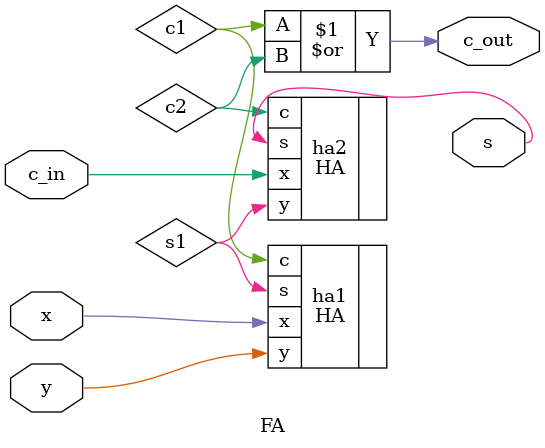
<source format=v>
module FA(s, c_out, x, y, c_in);
input x, y, c_in;
output s, c_out;
wire s1, c1, c2;

HA ha1(	.s(s1),
		.c(c1),
		.x(x),
		.y(y)
);
HA ha2(	.s(s),
		.c(c2),
		.x(c_in),
		.y(s1)
);

or or1(c_out,c1,c2);

  
endmodule


</source>
